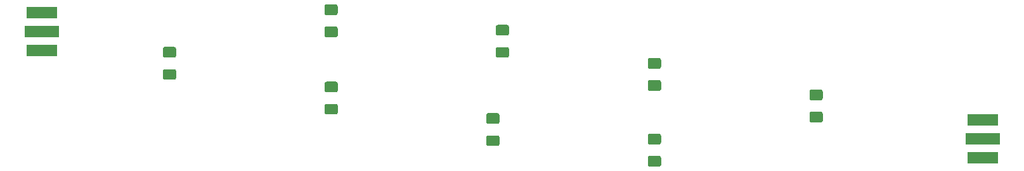
<source format=gbr>
G04 #@! TF.GenerationSoftware,KiCad,Pcbnew,5.1.2-f72e74a~84~ubuntu18.04.1*
G04 #@! TF.CreationDate,2019-07-26T13:12:55+02:00*
G04 #@! TF.ProjectId,filtre_calcule,66696c74-7265-45f6-9361-6c63756c652e,rev?*
G04 #@! TF.SameCoordinates,Original*
G04 #@! TF.FileFunction,Paste,Top*
G04 #@! TF.FilePolarity,Positive*
%FSLAX46Y46*%
G04 Gerber Fmt 4.6, Leading zero omitted, Abs format (unit mm)*
G04 Created by KiCad (PCBNEW 5.1.2-f72e74a~84~ubuntu18.04.1) date 2019-07-26 13:12:55*
%MOMM*%
%LPD*%
G04 APERTURE LIST*
%ADD10R,4.060000X1.520000*%
%ADD11R,4.600000X1.520000*%
%ADD12C,0.100000*%
%ADD13C,1.425000*%
G04 APERTURE END LIST*
D10*
X187960000Y-97580000D03*
X187960000Y-92500000D03*
D11*
X187960000Y-95040000D03*
D10*
X62310000Y-78105000D03*
X62310000Y-83185000D03*
D11*
X62310000Y-80645000D03*
D12*
G36*
X144794504Y-94321204D02*
G01*
X144818773Y-94324804D01*
X144842571Y-94330765D01*
X144865671Y-94339030D01*
X144887849Y-94349520D01*
X144908893Y-94362133D01*
X144928598Y-94376747D01*
X144946777Y-94393223D01*
X144963253Y-94411402D01*
X144977867Y-94431107D01*
X144990480Y-94452151D01*
X145000970Y-94474329D01*
X145009235Y-94497429D01*
X145015196Y-94521227D01*
X145018796Y-94545496D01*
X145020000Y-94570000D01*
X145020000Y-95495000D01*
X145018796Y-95519504D01*
X145015196Y-95543773D01*
X145009235Y-95567571D01*
X145000970Y-95590671D01*
X144990480Y-95612849D01*
X144977867Y-95633893D01*
X144963253Y-95653598D01*
X144946777Y-95671777D01*
X144928598Y-95688253D01*
X144908893Y-95702867D01*
X144887849Y-95715480D01*
X144865671Y-95725970D01*
X144842571Y-95734235D01*
X144818773Y-95740196D01*
X144794504Y-95743796D01*
X144770000Y-95745000D01*
X143520000Y-95745000D01*
X143495496Y-95743796D01*
X143471227Y-95740196D01*
X143447429Y-95734235D01*
X143424329Y-95725970D01*
X143402151Y-95715480D01*
X143381107Y-95702867D01*
X143361402Y-95688253D01*
X143343223Y-95671777D01*
X143326747Y-95653598D01*
X143312133Y-95633893D01*
X143299520Y-95612849D01*
X143289030Y-95590671D01*
X143280765Y-95567571D01*
X143274804Y-95543773D01*
X143271204Y-95519504D01*
X143270000Y-95495000D01*
X143270000Y-94570000D01*
X143271204Y-94545496D01*
X143274804Y-94521227D01*
X143280765Y-94497429D01*
X143289030Y-94474329D01*
X143299520Y-94452151D01*
X143312133Y-94431107D01*
X143326747Y-94411402D01*
X143343223Y-94393223D01*
X143361402Y-94376747D01*
X143381107Y-94362133D01*
X143402151Y-94349520D01*
X143424329Y-94339030D01*
X143447429Y-94330765D01*
X143471227Y-94324804D01*
X143495496Y-94321204D01*
X143520000Y-94320000D01*
X144770000Y-94320000D01*
X144794504Y-94321204D01*
X144794504Y-94321204D01*
G37*
D13*
X144145000Y-95032500D03*
D12*
G36*
X144794504Y-97296204D02*
G01*
X144818773Y-97299804D01*
X144842571Y-97305765D01*
X144865671Y-97314030D01*
X144887849Y-97324520D01*
X144908893Y-97337133D01*
X144928598Y-97351747D01*
X144946777Y-97368223D01*
X144963253Y-97386402D01*
X144977867Y-97406107D01*
X144990480Y-97427151D01*
X145000970Y-97449329D01*
X145009235Y-97472429D01*
X145015196Y-97496227D01*
X145018796Y-97520496D01*
X145020000Y-97545000D01*
X145020000Y-98470000D01*
X145018796Y-98494504D01*
X145015196Y-98518773D01*
X145009235Y-98542571D01*
X145000970Y-98565671D01*
X144990480Y-98587849D01*
X144977867Y-98608893D01*
X144963253Y-98628598D01*
X144946777Y-98646777D01*
X144928598Y-98663253D01*
X144908893Y-98677867D01*
X144887849Y-98690480D01*
X144865671Y-98700970D01*
X144842571Y-98709235D01*
X144818773Y-98715196D01*
X144794504Y-98718796D01*
X144770000Y-98720000D01*
X143520000Y-98720000D01*
X143495496Y-98718796D01*
X143471227Y-98715196D01*
X143447429Y-98709235D01*
X143424329Y-98700970D01*
X143402151Y-98690480D01*
X143381107Y-98677867D01*
X143361402Y-98663253D01*
X143343223Y-98646777D01*
X143326747Y-98628598D01*
X143312133Y-98608893D01*
X143299520Y-98587849D01*
X143289030Y-98565671D01*
X143280765Y-98542571D01*
X143274804Y-98518773D01*
X143271204Y-98494504D01*
X143270000Y-98470000D01*
X143270000Y-97545000D01*
X143271204Y-97520496D01*
X143274804Y-97496227D01*
X143280765Y-97472429D01*
X143289030Y-97449329D01*
X143299520Y-97427151D01*
X143312133Y-97406107D01*
X143326747Y-97386402D01*
X143343223Y-97368223D01*
X143361402Y-97351747D01*
X143381107Y-97337133D01*
X143402151Y-97324520D01*
X143424329Y-97314030D01*
X143447429Y-97305765D01*
X143471227Y-97299804D01*
X143495496Y-97296204D01*
X143520000Y-97295000D01*
X144770000Y-97295000D01*
X144794504Y-97296204D01*
X144794504Y-97296204D01*
G37*
D13*
X144145000Y-98007500D03*
D12*
G36*
X166384504Y-88388704D02*
G01*
X166408773Y-88392304D01*
X166432571Y-88398265D01*
X166455671Y-88406530D01*
X166477849Y-88417020D01*
X166498893Y-88429633D01*
X166518598Y-88444247D01*
X166536777Y-88460723D01*
X166553253Y-88478902D01*
X166567867Y-88498607D01*
X166580480Y-88519651D01*
X166590970Y-88541829D01*
X166599235Y-88564929D01*
X166605196Y-88588727D01*
X166608796Y-88612996D01*
X166610000Y-88637500D01*
X166610000Y-89562500D01*
X166608796Y-89587004D01*
X166605196Y-89611273D01*
X166599235Y-89635071D01*
X166590970Y-89658171D01*
X166580480Y-89680349D01*
X166567867Y-89701393D01*
X166553253Y-89721098D01*
X166536777Y-89739277D01*
X166518598Y-89755753D01*
X166498893Y-89770367D01*
X166477849Y-89782980D01*
X166455671Y-89793470D01*
X166432571Y-89801735D01*
X166408773Y-89807696D01*
X166384504Y-89811296D01*
X166360000Y-89812500D01*
X165110000Y-89812500D01*
X165085496Y-89811296D01*
X165061227Y-89807696D01*
X165037429Y-89801735D01*
X165014329Y-89793470D01*
X164992151Y-89782980D01*
X164971107Y-89770367D01*
X164951402Y-89755753D01*
X164933223Y-89739277D01*
X164916747Y-89721098D01*
X164902133Y-89701393D01*
X164889520Y-89680349D01*
X164879030Y-89658171D01*
X164870765Y-89635071D01*
X164864804Y-89611273D01*
X164861204Y-89587004D01*
X164860000Y-89562500D01*
X164860000Y-88637500D01*
X164861204Y-88612996D01*
X164864804Y-88588727D01*
X164870765Y-88564929D01*
X164879030Y-88541829D01*
X164889520Y-88519651D01*
X164902133Y-88498607D01*
X164916747Y-88478902D01*
X164933223Y-88460723D01*
X164951402Y-88444247D01*
X164971107Y-88429633D01*
X164992151Y-88417020D01*
X165014329Y-88406530D01*
X165037429Y-88398265D01*
X165061227Y-88392304D01*
X165085496Y-88388704D01*
X165110000Y-88387500D01*
X166360000Y-88387500D01*
X166384504Y-88388704D01*
X166384504Y-88388704D01*
G37*
D13*
X165735000Y-89100000D03*
D12*
G36*
X166384504Y-91363704D02*
G01*
X166408773Y-91367304D01*
X166432571Y-91373265D01*
X166455671Y-91381530D01*
X166477849Y-91392020D01*
X166498893Y-91404633D01*
X166518598Y-91419247D01*
X166536777Y-91435723D01*
X166553253Y-91453902D01*
X166567867Y-91473607D01*
X166580480Y-91494651D01*
X166590970Y-91516829D01*
X166599235Y-91539929D01*
X166605196Y-91563727D01*
X166608796Y-91587996D01*
X166610000Y-91612500D01*
X166610000Y-92537500D01*
X166608796Y-92562004D01*
X166605196Y-92586273D01*
X166599235Y-92610071D01*
X166590970Y-92633171D01*
X166580480Y-92655349D01*
X166567867Y-92676393D01*
X166553253Y-92696098D01*
X166536777Y-92714277D01*
X166518598Y-92730753D01*
X166498893Y-92745367D01*
X166477849Y-92757980D01*
X166455671Y-92768470D01*
X166432571Y-92776735D01*
X166408773Y-92782696D01*
X166384504Y-92786296D01*
X166360000Y-92787500D01*
X165110000Y-92787500D01*
X165085496Y-92786296D01*
X165061227Y-92782696D01*
X165037429Y-92776735D01*
X165014329Y-92768470D01*
X164992151Y-92757980D01*
X164971107Y-92745367D01*
X164951402Y-92730753D01*
X164933223Y-92714277D01*
X164916747Y-92696098D01*
X164902133Y-92676393D01*
X164889520Y-92655349D01*
X164879030Y-92633171D01*
X164870765Y-92610071D01*
X164864804Y-92586273D01*
X164861204Y-92562004D01*
X164860000Y-92537500D01*
X164860000Y-91612500D01*
X164861204Y-91587996D01*
X164864804Y-91563727D01*
X164870765Y-91539929D01*
X164879030Y-91516829D01*
X164889520Y-91494651D01*
X164902133Y-91473607D01*
X164916747Y-91453902D01*
X164933223Y-91435723D01*
X164951402Y-91419247D01*
X164971107Y-91404633D01*
X164992151Y-91392020D01*
X165014329Y-91381530D01*
X165037429Y-91373265D01*
X165061227Y-91367304D01*
X165085496Y-91363704D01*
X165110000Y-91362500D01*
X166360000Y-91362500D01*
X166384504Y-91363704D01*
X166384504Y-91363704D01*
G37*
D13*
X165735000Y-92075000D03*
D12*
G36*
X123204504Y-91563704D02*
G01*
X123228773Y-91567304D01*
X123252571Y-91573265D01*
X123275671Y-91581530D01*
X123297849Y-91592020D01*
X123318893Y-91604633D01*
X123338598Y-91619247D01*
X123356777Y-91635723D01*
X123373253Y-91653902D01*
X123387867Y-91673607D01*
X123400480Y-91694651D01*
X123410970Y-91716829D01*
X123419235Y-91739929D01*
X123425196Y-91763727D01*
X123428796Y-91787996D01*
X123430000Y-91812500D01*
X123430000Y-92737500D01*
X123428796Y-92762004D01*
X123425196Y-92786273D01*
X123419235Y-92810071D01*
X123410970Y-92833171D01*
X123400480Y-92855349D01*
X123387867Y-92876393D01*
X123373253Y-92896098D01*
X123356777Y-92914277D01*
X123338598Y-92930753D01*
X123318893Y-92945367D01*
X123297849Y-92957980D01*
X123275671Y-92968470D01*
X123252571Y-92976735D01*
X123228773Y-92982696D01*
X123204504Y-92986296D01*
X123180000Y-92987500D01*
X121930000Y-92987500D01*
X121905496Y-92986296D01*
X121881227Y-92982696D01*
X121857429Y-92976735D01*
X121834329Y-92968470D01*
X121812151Y-92957980D01*
X121791107Y-92945367D01*
X121771402Y-92930753D01*
X121753223Y-92914277D01*
X121736747Y-92896098D01*
X121722133Y-92876393D01*
X121709520Y-92855349D01*
X121699030Y-92833171D01*
X121690765Y-92810071D01*
X121684804Y-92786273D01*
X121681204Y-92762004D01*
X121680000Y-92737500D01*
X121680000Y-91812500D01*
X121681204Y-91787996D01*
X121684804Y-91763727D01*
X121690765Y-91739929D01*
X121699030Y-91716829D01*
X121709520Y-91694651D01*
X121722133Y-91673607D01*
X121736747Y-91653902D01*
X121753223Y-91635723D01*
X121771402Y-91619247D01*
X121791107Y-91604633D01*
X121812151Y-91592020D01*
X121834329Y-91581530D01*
X121857429Y-91573265D01*
X121881227Y-91567304D01*
X121905496Y-91563704D01*
X121930000Y-91562500D01*
X123180000Y-91562500D01*
X123204504Y-91563704D01*
X123204504Y-91563704D01*
G37*
D13*
X122555000Y-92275000D03*
D12*
G36*
X123204504Y-94538704D02*
G01*
X123228773Y-94542304D01*
X123252571Y-94548265D01*
X123275671Y-94556530D01*
X123297849Y-94567020D01*
X123318893Y-94579633D01*
X123338598Y-94594247D01*
X123356777Y-94610723D01*
X123373253Y-94628902D01*
X123387867Y-94648607D01*
X123400480Y-94669651D01*
X123410970Y-94691829D01*
X123419235Y-94714929D01*
X123425196Y-94738727D01*
X123428796Y-94762996D01*
X123430000Y-94787500D01*
X123430000Y-95712500D01*
X123428796Y-95737004D01*
X123425196Y-95761273D01*
X123419235Y-95785071D01*
X123410970Y-95808171D01*
X123400480Y-95830349D01*
X123387867Y-95851393D01*
X123373253Y-95871098D01*
X123356777Y-95889277D01*
X123338598Y-95905753D01*
X123318893Y-95920367D01*
X123297849Y-95932980D01*
X123275671Y-95943470D01*
X123252571Y-95951735D01*
X123228773Y-95957696D01*
X123204504Y-95961296D01*
X123180000Y-95962500D01*
X121930000Y-95962500D01*
X121905496Y-95961296D01*
X121881227Y-95957696D01*
X121857429Y-95951735D01*
X121834329Y-95943470D01*
X121812151Y-95932980D01*
X121791107Y-95920367D01*
X121771402Y-95905753D01*
X121753223Y-95889277D01*
X121736747Y-95871098D01*
X121722133Y-95851393D01*
X121709520Y-95830349D01*
X121699030Y-95808171D01*
X121690765Y-95785071D01*
X121684804Y-95761273D01*
X121681204Y-95737004D01*
X121680000Y-95712500D01*
X121680000Y-94787500D01*
X121681204Y-94762996D01*
X121684804Y-94738727D01*
X121690765Y-94714929D01*
X121699030Y-94691829D01*
X121709520Y-94669651D01*
X121722133Y-94648607D01*
X121736747Y-94628902D01*
X121753223Y-94610723D01*
X121771402Y-94594247D01*
X121791107Y-94579633D01*
X121812151Y-94567020D01*
X121834329Y-94556530D01*
X121857429Y-94548265D01*
X121881227Y-94542304D01*
X121905496Y-94538704D01*
X121930000Y-94537500D01*
X123180000Y-94537500D01*
X123204504Y-94538704D01*
X123204504Y-94538704D01*
G37*
D13*
X122555000Y-95250000D03*
D12*
G36*
X144794504Y-84161204D02*
G01*
X144818773Y-84164804D01*
X144842571Y-84170765D01*
X144865671Y-84179030D01*
X144887849Y-84189520D01*
X144908893Y-84202133D01*
X144928598Y-84216747D01*
X144946777Y-84233223D01*
X144963253Y-84251402D01*
X144977867Y-84271107D01*
X144990480Y-84292151D01*
X145000970Y-84314329D01*
X145009235Y-84337429D01*
X145015196Y-84361227D01*
X145018796Y-84385496D01*
X145020000Y-84410000D01*
X145020000Y-85335000D01*
X145018796Y-85359504D01*
X145015196Y-85383773D01*
X145009235Y-85407571D01*
X145000970Y-85430671D01*
X144990480Y-85452849D01*
X144977867Y-85473893D01*
X144963253Y-85493598D01*
X144946777Y-85511777D01*
X144928598Y-85528253D01*
X144908893Y-85542867D01*
X144887849Y-85555480D01*
X144865671Y-85565970D01*
X144842571Y-85574235D01*
X144818773Y-85580196D01*
X144794504Y-85583796D01*
X144770000Y-85585000D01*
X143520000Y-85585000D01*
X143495496Y-85583796D01*
X143471227Y-85580196D01*
X143447429Y-85574235D01*
X143424329Y-85565970D01*
X143402151Y-85555480D01*
X143381107Y-85542867D01*
X143361402Y-85528253D01*
X143343223Y-85511777D01*
X143326747Y-85493598D01*
X143312133Y-85473893D01*
X143299520Y-85452849D01*
X143289030Y-85430671D01*
X143280765Y-85407571D01*
X143274804Y-85383773D01*
X143271204Y-85359504D01*
X143270000Y-85335000D01*
X143270000Y-84410000D01*
X143271204Y-84385496D01*
X143274804Y-84361227D01*
X143280765Y-84337429D01*
X143289030Y-84314329D01*
X143299520Y-84292151D01*
X143312133Y-84271107D01*
X143326747Y-84251402D01*
X143343223Y-84233223D01*
X143361402Y-84216747D01*
X143381107Y-84202133D01*
X143402151Y-84189520D01*
X143424329Y-84179030D01*
X143447429Y-84170765D01*
X143471227Y-84164804D01*
X143495496Y-84161204D01*
X143520000Y-84160000D01*
X144770000Y-84160000D01*
X144794504Y-84161204D01*
X144794504Y-84161204D01*
G37*
D13*
X144145000Y-84872500D03*
D12*
G36*
X144794504Y-87136204D02*
G01*
X144818773Y-87139804D01*
X144842571Y-87145765D01*
X144865671Y-87154030D01*
X144887849Y-87164520D01*
X144908893Y-87177133D01*
X144928598Y-87191747D01*
X144946777Y-87208223D01*
X144963253Y-87226402D01*
X144977867Y-87246107D01*
X144990480Y-87267151D01*
X145000970Y-87289329D01*
X145009235Y-87312429D01*
X145015196Y-87336227D01*
X145018796Y-87360496D01*
X145020000Y-87385000D01*
X145020000Y-88310000D01*
X145018796Y-88334504D01*
X145015196Y-88358773D01*
X145009235Y-88382571D01*
X145000970Y-88405671D01*
X144990480Y-88427849D01*
X144977867Y-88448893D01*
X144963253Y-88468598D01*
X144946777Y-88486777D01*
X144928598Y-88503253D01*
X144908893Y-88517867D01*
X144887849Y-88530480D01*
X144865671Y-88540970D01*
X144842571Y-88549235D01*
X144818773Y-88555196D01*
X144794504Y-88558796D01*
X144770000Y-88560000D01*
X143520000Y-88560000D01*
X143495496Y-88558796D01*
X143471227Y-88555196D01*
X143447429Y-88549235D01*
X143424329Y-88540970D01*
X143402151Y-88530480D01*
X143381107Y-88517867D01*
X143361402Y-88503253D01*
X143343223Y-88486777D01*
X143326747Y-88468598D01*
X143312133Y-88448893D01*
X143299520Y-88427849D01*
X143289030Y-88405671D01*
X143280765Y-88382571D01*
X143274804Y-88358773D01*
X143271204Y-88334504D01*
X143270000Y-88310000D01*
X143270000Y-87385000D01*
X143271204Y-87360496D01*
X143274804Y-87336227D01*
X143280765Y-87312429D01*
X143289030Y-87289329D01*
X143299520Y-87267151D01*
X143312133Y-87246107D01*
X143326747Y-87226402D01*
X143343223Y-87208223D01*
X143361402Y-87191747D01*
X143381107Y-87177133D01*
X143402151Y-87164520D01*
X143424329Y-87154030D01*
X143447429Y-87145765D01*
X143471227Y-87139804D01*
X143495496Y-87136204D01*
X143520000Y-87135000D01*
X144770000Y-87135000D01*
X144794504Y-87136204D01*
X144794504Y-87136204D01*
G37*
D13*
X144145000Y-87847500D03*
D12*
G36*
X101614504Y-87336204D02*
G01*
X101638773Y-87339804D01*
X101662571Y-87345765D01*
X101685671Y-87354030D01*
X101707849Y-87364520D01*
X101728893Y-87377133D01*
X101748598Y-87391747D01*
X101766777Y-87408223D01*
X101783253Y-87426402D01*
X101797867Y-87446107D01*
X101810480Y-87467151D01*
X101820970Y-87489329D01*
X101829235Y-87512429D01*
X101835196Y-87536227D01*
X101838796Y-87560496D01*
X101840000Y-87585000D01*
X101840000Y-88510000D01*
X101838796Y-88534504D01*
X101835196Y-88558773D01*
X101829235Y-88582571D01*
X101820970Y-88605671D01*
X101810480Y-88627849D01*
X101797867Y-88648893D01*
X101783253Y-88668598D01*
X101766777Y-88686777D01*
X101748598Y-88703253D01*
X101728893Y-88717867D01*
X101707849Y-88730480D01*
X101685671Y-88740970D01*
X101662571Y-88749235D01*
X101638773Y-88755196D01*
X101614504Y-88758796D01*
X101590000Y-88760000D01*
X100340000Y-88760000D01*
X100315496Y-88758796D01*
X100291227Y-88755196D01*
X100267429Y-88749235D01*
X100244329Y-88740970D01*
X100222151Y-88730480D01*
X100201107Y-88717867D01*
X100181402Y-88703253D01*
X100163223Y-88686777D01*
X100146747Y-88668598D01*
X100132133Y-88648893D01*
X100119520Y-88627849D01*
X100109030Y-88605671D01*
X100100765Y-88582571D01*
X100094804Y-88558773D01*
X100091204Y-88534504D01*
X100090000Y-88510000D01*
X100090000Y-87585000D01*
X100091204Y-87560496D01*
X100094804Y-87536227D01*
X100100765Y-87512429D01*
X100109030Y-87489329D01*
X100119520Y-87467151D01*
X100132133Y-87446107D01*
X100146747Y-87426402D01*
X100163223Y-87408223D01*
X100181402Y-87391747D01*
X100201107Y-87377133D01*
X100222151Y-87364520D01*
X100244329Y-87354030D01*
X100267429Y-87345765D01*
X100291227Y-87339804D01*
X100315496Y-87336204D01*
X100340000Y-87335000D01*
X101590000Y-87335000D01*
X101614504Y-87336204D01*
X101614504Y-87336204D01*
G37*
D13*
X100965000Y-88047500D03*
D12*
G36*
X101614504Y-90311204D02*
G01*
X101638773Y-90314804D01*
X101662571Y-90320765D01*
X101685671Y-90329030D01*
X101707849Y-90339520D01*
X101728893Y-90352133D01*
X101748598Y-90366747D01*
X101766777Y-90383223D01*
X101783253Y-90401402D01*
X101797867Y-90421107D01*
X101810480Y-90442151D01*
X101820970Y-90464329D01*
X101829235Y-90487429D01*
X101835196Y-90511227D01*
X101838796Y-90535496D01*
X101840000Y-90560000D01*
X101840000Y-91485000D01*
X101838796Y-91509504D01*
X101835196Y-91533773D01*
X101829235Y-91557571D01*
X101820970Y-91580671D01*
X101810480Y-91602849D01*
X101797867Y-91623893D01*
X101783253Y-91643598D01*
X101766777Y-91661777D01*
X101748598Y-91678253D01*
X101728893Y-91692867D01*
X101707849Y-91705480D01*
X101685671Y-91715970D01*
X101662571Y-91724235D01*
X101638773Y-91730196D01*
X101614504Y-91733796D01*
X101590000Y-91735000D01*
X100340000Y-91735000D01*
X100315496Y-91733796D01*
X100291227Y-91730196D01*
X100267429Y-91724235D01*
X100244329Y-91715970D01*
X100222151Y-91705480D01*
X100201107Y-91692867D01*
X100181402Y-91678253D01*
X100163223Y-91661777D01*
X100146747Y-91643598D01*
X100132133Y-91623893D01*
X100119520Y-91602849D01*
X100109030Y-91580671D01*
X100100765Y-91557571D01*
X100094804Y-91533773D01*
X100091204Y-91509504D01*
X100090000Y-91485000D01*
X100090000Y-90560000D01*
X100091204Y-90535496D01*
X100094804Y-90511227D01*
X100100765Y-90487429D01*
X100109030Y-90464329D01*
X100119520Y-90442151D01*
X100132133Y-90421107D01*
X100146747Y-90401402D01*
X100163223Y-90383223D01*
X100181402Y-90366747D01*
X100201107Y-90352133D01*
X100222151Y-90339520D01*
X100244329Y-90329030D01*
X100267429Y-90320765D01*
X100291227Y-90314804D01*
X100315496Y-90311204D01*
X100340000Y-90310000D01*
X101590000Y-90310000D01*
X101614504Y-90311204D01*
X101614504Y-90311204D01*
G37*
D13*
X100965000Y-91022500D03*
D12*
G36*
X124474504Y-79716204D02*
G01*
X124498773Y-79719804D01*
X124522571Y-79725765D01*
X124545671Y-79734030D01*
X124567849Y-79744520D01*
X124588893Y-79757133D01*
X124608598Y-79771747D01*
X124626777Y-79788223D01*
X124643253Y-79806402D01*
X124657867Y-79826107D01*
X124670480Y-79847151D01*
X124680970Y-79869329D01*
X124689235Y-79892429D01*
X124695196Y-79916227D01*
X124698796Y-79940496D01*
X124700000Y-79965000D01*
X124700000Y-80890000D01*
X124698796Y-80914504D01*
X124695196Y-80938773D01*
X124689235Y-80962571D01*
X124680970Y-80985671D01*
X124670480Y-81007849D01*
X124657867Y-81028893D01*
X124643253Y-81048598D01*
X124626777Y-81066777D01*
X124608598Y-81083253D01*
X124588893Y-81097867D01*
X124567849Y-81110480D01*
X124545671Y-81120970D01*
X124522571Y-81129235D01*
X124498773Y-81135196D01*
X124474504Y-81138796D01*
X124450000Y-81140000D01*
X123200000Y-81140000D01*
X123175496Y-81138796D01*
X123151227Y-81135196D01*
X123127429Y-81129235D01*
X123104329Y-81120970D01*
X123082151Y-81110480D01*
X123061107Y-81097867D01*
X123041402Y-81083253D01*
X123023223Y-81066777D01*
X123006747Y-81048598D01*
X122992133Y-81028893D01*
X122979520Y-81007849D01*
X122969030Y-80985671D01*
X122960765Y-80962571D01*
X122954804Y-80938773D01*
X122951204Y-80914504D01*
X122950000Y-80890000D01*
X122950000Y-79965000D01*
X122951204Y-79940496D01*
X122954804Y-79916227D01*
X122960765Y-79892429D01*
X122969030Y-79869329D01*
X122979520Y-79847151D01*
X122992133Y-79826107D01*
X123006747Y-79806402D01*
X123023223Y-79788223D01*
X123041402Y-79771747D01*
X123061107Y-79757133D01*
X123082151Y-79744520D01*
X123104329Y-79734030D01*
X123127429Y-79725765D01*
X123151227Y-79719804D01*
X123175496Y-79716204D01*
X123200000Y-79715000D01*
X124450000Y-79715000D01*
X124474504Y-79716204D01*
X124474504Y-79716204D01*
G37*
D13*
X123825000Y-80427500D03*
D12*
G36*
X124474504Y-82691204D02*
G01*
X124498773Y-82694804D01*
X124522571Y-82700765D01*
X124545671Y-82709030D01*
X124567849Y-82719520D01*
X124588893Y-82732133D01*
X124608598Y-82746747D01*
X124626777Y-82763223D01*
X124643253Y-82781402D01*
X124657867Y-82801107D01*
X124670480Y-82822151D01*
X124680970Y-82844329D01*
X124689235Y-82867429D01*
X124695196Y-82891227D01*
X124698796Y-82915496D01*
X124700000Y-82940000D01*
X124700000Y-83865000D01*
X124698796Y-83889504D01*
X124695196Y-83913773D01*
X124689235Y-83937571D01*
X124680970Y-83960671D01*
X124670480Y-83982849D01*
X124657867Y-84003893D01*
X124643253Y-84023598D01*
X124626777Y-84041777D01*
X124608598Y-84058253D01*
X124588893Y-84072867D01*
X124567849Y-84085480D01*
X124545671Y-84095970D01*
X124522571Y-84104235D01*
X124498773Y-84110196D01*
X124474504Y-84113796D01*
X124450000Y-84115000D01*
X123200000Y-84115000D01*
X123175496Y-84113796D01*
X123151227Y-84110196D01*
X123127429Y-84104235D01*
X123104329Y-84095970D01*
X123082151Y-84085480D01*
X123061107Y-84072867D01*
X123041402Y-84058253D01*
X123023223Y-84041777D01*
X123006747Y-84023598D01*
X122992133Y-84003893D01*
X122979520Y-83982849D01*
X122969030Y-83960671D01*
X122960765Y-83937571D01*
X122954804Y-83913773D01*
X122951204Y-83889504D01*
X122950000Y-83865000D01*
X122950000Y-82940000D01*
X122951204Y-82915496D01*
X122954804Y-82891227D01*
X122960765Y-82867429D01*
X122969030Y-82844329D01*
X122979520Y-82822151D01*
X122992133Y-82801107D01*
X123006747Y-82781402D01*
X123023223Y-82763223D01*
X123041402Y-82746747D01*
X123061107Y-82732133D01*
X123082151Y-82719520D01*
X123104329Y-82709030D01*
X123127429Y-82700765D01*
X123151227Y-82694804D01*
X123175496Y-82691204D01*
X123200000Y-82690000D01*
X124450000Y-82690000D01*
X124474504Y-82691204D01*
X124474504Y-82691204D01*
G37*
D13*
X123825000Y-83402500D03*
D12*
G36*
X80024504Y-82673704D02*
G01*
X80048773Y-82677304D01*
X80072571Y-82683265D01*
X80095671Y-82691530D01*
X80117849Y-82702020D01*
X80138893Y-82714633D01*
X80158598Y-82729247D01*
X80176777Y-82745723D01*
X80193253Y-82763902D01*
X80207867Y-82783607D01*
X80220480Y-82804651D01*
X80230970Y-82826829D01*
X80239235Y-82849929D01*
X80245196Y-82873727D01*
X80248796Y-82897996D01*
X80250000Y-82922500D01*
X80250000Y-83847500D01*
X80248796Y-83872004D01*
X80245196Y-83896273D01*
X80239235Y-83920071D01*
X80230970Y-83943171D01*
X80220480Y-83965349D01*
X80207867Y-83986393D01*
X80193253Y-84006098D01*
X80176777Y-84024277D01*
X80158598Y-84040753D01*
X80138893Y-84055367D01*
X80117849Y-84067980D01*
X80095671Y-84078470D01*
X80072571Y-84086735D01*
X80048773Y-84092696D01*
X80024504Y-84096296D01*
X80000000Y-84097500D01*
X78750000Y-84097500D01*
X78725496Y-84096296D01*
X78701227Y-84092696D01*
X78677429Y-84086735D01*
X78654329Y-84078470D01*
X78632151Y-84067980D01*
X78611107Y-84055367D01*
X78591402Y-84040753D01*
X78573223Y-84024277D01*
X78556747Y-84006098D01*
X78542133Y-83986393D01*
X78529520Y-83965349D01*
X78519030Y-83943171D01*
X78510765Y-83920071D01*
X78504804Y-83896273D01*
X78501204Y-83872004D01*
X78500000Y-83847500D01*
X78500000Y-82922500D01*
X78501204Y-82897996D01*
X78504804Y-82873727D01*
X78510765Y-82849929D01*
X78519030Y-82826829D01*
X78529520Y-82804651D01*
X78542133Y-82783607D01*
X78556747Y-82763902D01*
X78573223Y-82745723D01*
X78591402Y-82729247D01*
X78611107Y-82714633D01*
X78632151Y-82702020D01*
X78654329Y-82691530D01*
X78677429Y-82683265D01*
X78701227Y-82677304D01*
X78725496Y-82673704D01*
X78750000Y-82672500D01*
X80000000Y-82672500D01*
X80024504Y-82673704D01*
X80024504Y-82673704D01*
G37*
D13*
X79375000Y-83385000D03*
D12*
G36*
X80024504Y-85648704D02*
G01*
X80048773Y-85652304D01*
X80072571Y-85658265D01*
X80095671Y-85666530D01*
X80117849Y-85677020D01*
X80138893Y-85689633D01*
X80158598Y-85704247D01*
X80176777Y-85720723D01*
X80193253Y-85738902D01*
X80207867Y-85758607D01*
X80220480Y-85779651D01*
X80230970Y-85801829D01*
X80239235Y-85824929D01*
X80245196Y-85848727D01*
X80248796Y-85872996D01*
X80250000Y-85897500D01*
X80250000Y-86822500D01*
X80248796Y-86847004D01*
X80245196Y-86871273D01*
X80239235Y-86895071D01*
X80230970Y-86918171D01*
X80220480Y-86940349D01*
X80207867Y-86961393D01*
X80193253Y-86981098D01*
X80176777Y-86999277D01*
X80158598Y-87015753D01*
X80138893Y-87030367D01*
X80117849Y-87042980D01*
X80095671Y-87053470D01*
X80072571Y-87061735D01*
X80048773Y-87067696D01*
X80024504Y-87071296D01*
X80000000Y-87072500D01*
X78750000Y-87072500D01*
X78725496Y-87071296D01*
X78701227Y-87067696D01*
X78677429Y-87061735D01*
X78654329Y-87053470D01*
X78632151Y-87042980D01*
X78611107Y-87030367D01*
X78591402Y-87015753D01*
X78573223Y-86999277D01*
X78556747Y-86981098D01*
X78542133Y-86961393D01*
X78529520Y-86940349D01*
X78519030Y-86918171D01*
X78510765Y-86895071D01*
X78504804Y-86871273D01*
X78501204Y-86847004D01*
X78500000Y-86822500D01*
X78500000Y-85897500D01*
X78501204Y-85872996D01*
X78504804Y-85848727D01*
X78510765Y-85824929D01*
X78519030Y-85801829D01*
X78529520Y-85779651D01*
X78542133Y-85758607D01*
X78556747Y-85738902D01*
X78573223Y-85720723D01*
X78591402Y-85704247D01*
X78611107Y-85689633D01*
X78632151Y-85677020D01*
X78654329Y-85666530D01*
X78677429Y-85658265D01*
X78701227Y-85652304D01*
X78725496Y-85648704D01*
X78750000Y-85647500D01*
X80000000Y-85647500D01*
X80024504Y-85648704D01*
X80024504Y-85648704D01*
G37*
D13*
X79375000Y-86360000D03*
D12*
G36*
X101614504Y-76958704D02*
G01*
X101638773Y-76962304D01*
X101662571Y-76968265D01*
X101685671Y-76976530D01*
X101707849Y-76987020D01*
X101728893Y-76999633D01*
X101748598Y-77014247D01*
X101766777Y-77030723D01*
X101783253Y-77048902D01*
X101797867Y-77068607D01*
X101810480Y-77089651D01*
X101820970Y-77111829D01*
X101829235Y-77134929D01*
X101835196Y-77158727D01*
X101838796Y-77182996D01*
X101840000Y-77207500D01*
X101840000Y-78132500D01*
X101838796Y-78157004D01*
X101835196Y-78181273D01*
X101829235Y-78205071D01*
X101820970Y-78228171D01*
X101810480Y-78250349D01*
X101797867Y-78271393D01*
X101783253Y-78291098D01*
X101766777Y-78309277D01*
X101748598Y-78325753D01*
X101728893Y-78340367D01*
X101707849Y-78352980D01*
X101685671Y-78363470D01*
X101662571Y-78371735D01*
X101638773Y-78377696D01*
X101614504Y-78381296D01*
X101590000Y-78382500D01*
X100340000Y-78382500D01*
X100315496Y-78381296D01*
X100291227Y-78377696D01*
X100267429Y-78371735D01*
X100244329Y-78363470D01*
X100222151Y-78352980D01*
X100201107Y-78340367D01*
X100181402Y-78325753D01*
X100163223Y-78309277D01*
X100146747Y-78291098D01*
X100132133Y-78271393D01*
X100119520Y-78250349D01*
X100109030Y-78228171D01*
X100100765Y-78205071D01*
X100094804Y-78181273D01*
X100091204Y-78157004D01*
X100090000Y-78132500D01*
X100090000Y-77207500D01*
X100091204Y-77182996D01*
X100094804Y-77158727D01*
X100100765Y-77134929D01*
X100109030Y-77111829D01*
X100119520Y-77089651D01*
X100132133Y-77068607D01*
X100146747Y-77048902D01*
X100163223Y-77030723D01*
X100181402Y-77014247D01*
X100201107Y-76999633D01*
X100222151Y-76987020D01*
X100244329Y-76976530D01*
X100267429Y-76968265D01*
X100291227Y-76962304D01*
X100315496Y-76958704D01*
X100340000Y-76957500D01*
X101590000Y-76957500D01*
X101614504Y-76958704D01*
X101614504Y-76958704D01*
G37*
D13*
X100965000Y-77670000D03*
D12*
G36*
X101614504Y-79933704D02*
G01*
X101638773Y-79937304D01*
X101662571Y-79943265D01*
X101685671Y-79951530D01*
X101707849Y-79962020D01*
X101728893Y-79974633D01*
X101748598Y-79989247D01*
X101766777Y-80005723D01*
X101783253Y-80023902D01*
X101797867Y-80043607D01*
X101810480Y-80064651D01*
X101820970Y-80086829D01*
X101829235Y-80109929D01*
X101835196Y-80133727D01*
X101838796Y-80157996D01*
X101840000Y-80182500D01*
X101840000Y-81107500D01*
X101838796Y-81132004D01*
X101835196Y-81156273D01*
X101829235Y-81180071D01*
X101820970Y-81203171D01*
X101810480Y-81225349D01*
X101797867Y-81246393D01*
X101783253Y-81266098D01*
X101766777Y-81284277D01*
X101748598Y-81300753D01*
X101728893Y-81315367D01*
X101707849Y-81327980D01*
X101685671Y-81338470D01*
X101662571Y-81346735D01*
X101638773Y-81352696D01*
X101614504Y-81356296D01*
X101590000Y-81357500D01*
X100340000Y-81357500D01*
X100315496Y-81356296D01*
X100291227Y-81352696D01*
X100267429Y-81346735D01*
X100244329Y-81338470D01*
X100222151Y-81327980D01*
X100201107Y-81315367D01*
X100181402Y-81300753D01*
X100163223Y-81284277D01*
X100146747Y-81266098D01*
X100132133Y-81246393D01*
X100119520Y-81225349D01*
X100109030Y-81203171D01*
X100100765Y-81180071D01*
X100094804Y-81156273D01*
X100091204Y-81132004D01*
X100090000Y-81107500D01*
X100090000Y-80182500D01*
X100091204Y-80157996D01*
X100094804Y-80133727D01*
X100100765Y-80109929D01*
X100109030Y-80086829D01*
X100119520Y-80064651D01*
X100132133Y-80043607D01*
X100146747Y-80023902D01*
X100163223Y-80005723D01*
X100181402Y-79989247D01*
X100201107Y-79974633D01*
X100222151Y-79962020D01*
X100244329Y-79951530D01*
X100267429Y-79943265D01*
X100291227Y-79937304D01*
X100315496Y-79933704D01*
X100340000Y-79932500D01*
X101590000Y-79932500D01*
X101614504Y-79933704D01*
X101614504Y-79933704D01*
G37*
D13*
X100965000Y-80645000D03*
M02*

</source>
